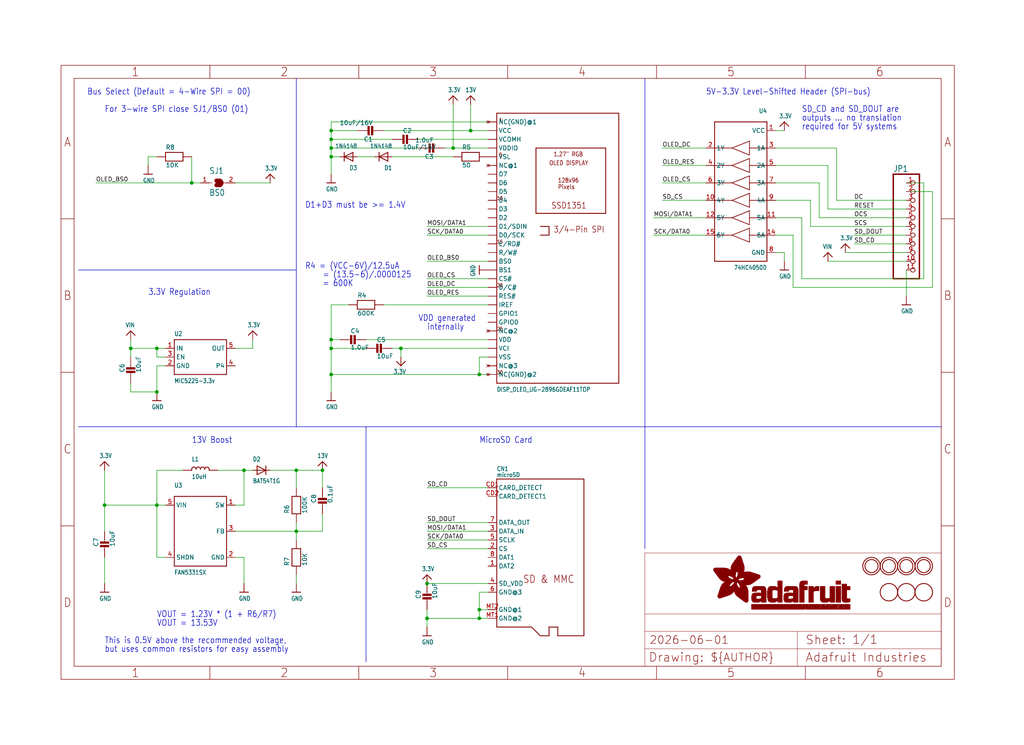
<source format=kicad_sch>
(kicad_sch (version 20230121) (generator eeschema)
  (paper "User" 298.45 217.322)
  (lib_symbols
    (symbol "working-eagle-import:13V" (power)
      (property "Value" "13V" (at -1.524 1.016 0))
      (symbol "13V_1_0"
        (pin power_in line (at 0 -2.54 90) (length 2.54) (name "13V") (number "1"))
      )
    )
    (symbol "working-eagle-import:3.3V" (power)
      (property "Value" "3.3V" (at -1.524 1.016 0))
      (symbol "3.3V_1_0"
        (pin power_in line (at 0 -2.54 90) (length 2.54) (name "3.3V") (number "1"))
      )
    )
    (symbol "working-eagle-import:74HC4050D"
      (property "Reference" "U" (at -7.62 22.86 0))
      (symbol "74HC4050D_1_0"
        (pin bidirectional line (at -10.16 17.78 0) (length 2.54) (name "VCC") (number "1"))
        (pin bidirectional line (at 10.16 -2.54 180) (length 2.54) (name "4Y") (number "10"))
        (pin bidirectional line (at -10.16 -7.62 0) (length 2.54) (name "5A") (number "11"))
        (pin bidirectional line (at 10.16 -7.62 180) (length 2.54) (name "5Y") (number "12"))
        (pin bidirectional line (at -10.16 -12.7 0) (length 2.54) (name "6A") (number "14"))
        (pin bidirectional line (at 10.16 -12.7 180) (length 2.54) (name "6Y") (number "15"))
        (pin bidirectional line (at 10.16 12.7 180) (length 2.54) (name "1Y") (number "2"))
        (pin bidirectional line (at -10.16 12.7 0) (length 2.54) (name "1A") (number "3"))
        (pin bidirectional line (at 10.16 7.62 180) (length 2.54) (name "2Y") (number "4"))
        (pin bidirectional line (at -10.16 7.62 0) (length 2.54) (name "2A") (number "5"))
        (pin bidirectional line (at 10.16 2.54 180) (length 2.54) (name "3Y") (number "6"))
        (pin bidirectional line (at -10.16 2.54 0) (length 2.54) (name "3A") (number "7"))
        (pin bidirectional line (at -10.16 -17.78 0) (length 2.54) (name "GND") (number "8"))
        (pin bidirectional line (at -10.16 -2.54 0) (length 2.54) (name "4A") (number "9"))
      )
    )
    (symbol "working-eagle-import:CAP_CERAMIC_0805MP"
      (property "Reference" "C" (at -1.79 0.54 90))
      (symbol "CAP_CERAMIC_0805MP_1_0"
        (pin passive line (at 0 5.08 270) (length 2.54) (name "1") (number "1"))
        (pin passive line (at 0 -2.54 90) (length 2.54) (name "2") (number "2"))
      )
    )
    (symbol "working-eagle-import:DIODESOD-123"
      (property "Reference" "D" (at -2.54 2.54 0))
      (symbol "DIODESOD-123_1_0"
        (pin passive line (at -2.54 0 0) (length 2.54) (name "A") (number "A"))
        (pin passive line (at 2.54 0 180) (length 2.54) (name "C") (number "C"))
      )
    )
    (symbol "working-eagle-import:DIODESOD-323"
      (property "Reference" "D" (at -2.54 2.54 0))
      (symbol "DIODESOD-323_1_0"
        (pin passive line (at -2.54 0 0) (length 2.54) (name "A") (number "A"))
        (pin passive line (at 2.54 0 180) (length 2.54) (name "C") (number "C"))
      )
    )
    (symbol "working-eagle-import:DISP_OLED_UG-2896GDEAF11TOP"
      (symbol "DISP_OLED_UG-2896GDEAF11TOP_1_0"
        (text "1" (at -17.145 38.1 0) (effects (font (size 1.016 0.8636)) (justify left bottom)))
        (text "1.27\" RGB" (at -1.27 27.94 0) (effects (font (size 1.27 1.0795)) (justify left bottom)))
        (text "10" (at -17.78 15.24 0) (effects (font (size 1.016 0.8636)) (justify left bottom)))
        (text "128x96" (at 0 20.32 0) (effects (font (size 1.27 1.0795)) (justify left bottom)))
        (text "15" (at -17.78 2.54 0) (effects (font (size 1.016 0.8636)) (justify left bottom)))
        (text "20" (at -17.78 -10.16 0) (effects (font (size 1.016 0.8636)) (justify left bottom)))
        (text "25" (at -17.78 -22.86 0) (effects (font (size 1.016 0.8636)) (justify left bottom)))
        (text "3/4-Pin SPI" (at -1.27 5.715 0) (effects (font (size 1.778 1.5113)) (justify left bottom)))
        (text "30" (at -17.78 -35.56 0) (effects (font (size 1.016 0.8636)) (justify left bottom)))
        (text "5" (at -17.145 27.94 0) (effects (font (size 1.016 0.8636)) (justify left bottom)))
        (text "OLED DISPLAY" (at -2.54 25.4 0) (effects (font (size 1.27 1.0795)) (justify left bottom)))
        (text "Pixels" (at 0 18.415 0) (effects (font (size 1.27 1.0795)) (justify left bottom)))
        (text "SSD1351" (at -1.905 12.7 0) (effects (font (size 1.778 1.5113)) (justify left bottom)))
        (pin no_connect line (at -20.32 -35.56 0) (length 2.54) (name "NC(GND)@2") (number "P$1"))
        (pin bidirectional line (at -20.32 -12.7 0) (length 2.54) (name "RES#") (number "P$10"))
        (pin bidirectional line (at -20.32 -10.16 0) (length 2.54) (name "D/C#") (number "P$11"))
        (pin bidirectional line (at -20.32 -7.62 0) (length 2.54) (name "CS#") (number "P$12"))
        (pin bidirectional line (at -20.32 -5.08 0) (length 2.54) (name "BS1") (number "P$13"))
        (pin bidirectional line (at -20.32 -2.54 0) (length 2.54) (name "BS0") (number "P$14"))
        (pin bidirectional line (at -20.32 0 0) (length 2.54) (name "R/W#") (number "P$15"))
        (pin bidirectional line (at -20.32 2.54 0) (length 2.54) (name "E/RD#") (number "P$16"))
        (pin bidirectional line (at -20.32 5.08 0) (length 2.54) (name "D0/SCK") (number "P$17"))
        (pin bidirectional line (at -20.32 7.62 0) (length 2.54) (name "D1/SDIN") (number "P$18"))
        (pin bidirectional line (at -20.32 10.16 0) (length 2.54) (name "D2") (number "P$19"))
        (pin no_connect line (at -20.32 -33.02 0) (length 2.54) (name "NC@3") (number "P$2"))
        (pin bidirectional line (at -20.32 12.7 0) (length 2.54) (name "D3") (number "P$20"))
        (pin bidirectional line (at -20.32 15.24 0) (length 2.54) (name "D4") (number "P$21"))
        (pin bidirectional line (at -20.32 17.78 0) (length 2.54) (name "D5") (number "P$22"))
        (pin bidirectional line (at -20.32 20.32 0) (length 2.54) (name "D6") (number "P$23"))
        (pin bidirectional line (at -20.32 22.86 0) (length 2.54) (name "D7") (number "P$24"))
        (pin no_connect line (at -20.32 25.4 0) (length 2.54) (name "NC@1") (number "P$25"))
        (pin bidirectional line (at -20.32 27.94 0) (length 2.54) (name "VSL") (number "P$26"))
        (pin power_in line (at -20.32 30.48 0) (length 2.54) (name "VDDIO") (number "P$27"))
        (pin power_in line (at -20.32 33.02 0) (length 2.54) (name "VCOMH") (number "P$28"))
        (pin power_in line (at -20.32 35.56 0) (length 2.54) (name "VCC") (number "P$29"))
        (pin power_in line (at -20.32 -30.48 0) (length 2.54) (name "VSS") (number "P$3"))
        (pin no_connect line (at -20.32 38.1 0) (length 2.54) (name "NC(GND)@1") (number "P$30"))
        (pin power_in line (at -20.32 -27.94 0) (length 2.54) (name "VCI") (number "P$4"))
        (pin power_in line (at -20.32 -25.4 0) (length 2.54) (name "VDD") (number "P$5"))
        (pin no_connect line (at -20.32 -22.86 0) (length 2.54) (name "NC@2") (number "P$6"))
        (pin bidirectional line (at -20.32 -20.32 0) (length 2.54) (name "GPIO0") (number "P$7"))
        (pin bidirectional line (at -20.32 -17.78 0) (length 2.54) (name "GPIO1") (number "P$8"))
        (pin bidirectional line (at -20.32 -15.24 0) (length 2.54) (name "IREF") (number "P$9"))
      )
    )
    (symbol "working-eagle-import:FAN5331"
      (property "Reference" "U" (at -7.62 12.7 0))
      (symbol "FAN5331_1_0"
        (pin bidirectional line (at 10.16 7.62 180) (length 2.54) (name "SW") (number "1"))
        (pin bidirectional line (at 10.16 -7.62 180) (length 2.54) (name "GND") (number "2"))
        (pin bidirectional line (at 10.16 0 180) (length 2.54) (name "FB") (number "3"))
        (pin bidirectional line (at -10.16 -7.62 0) (length 2.54) (name "SHDN") (number "4"))
        (pin bidirectional line (at -10.16 7.62 0) (length 2.54) (name "VIN") (number "5"))
      )
    )
    (symbol "working-eagle-import:FIDUCIAL")
    (symbol "working-eagle-import:FRAME_A4_ADAFRUIT"
      (symbol "FRAME_A4_ADAFRUIT_1_0"
        (text "${#}/${##}" (at 230.505 10.16 0) (effects (font (size 2.54 2.54)) (justify left bottom)))
        (text "${AUTHOR}" (at 189.23 5.08 0) (effects (font (size 2.286 2.286)) (justify left bottom)))
        (text "${CURRENT_DATE}" (at 171.45 10.16 0) (effects (font (size 2.286 2.286)) (justify left bottom)))
        (text "${PROJECTNAME}" (at 171.45 15.24 0) (effects (font (size 2.54 2.54)) (justify left bottom)))
        (text "1" (at 21.6958 1.905 0) (effects (font (size 2.54 2.286))))
        (text "1" (at 21.6958 177.165 0) (effects (font (size 2.54 2.286))))
        (text "2" (at 65.0875 1.905 0) (effects (font (size 2.54 2.286))))
        (text "2" (at 65.0875 177.165 0) (effects (font (size 2.54 2.286))))
        (text "3" (at 108.4792 1.905 0) (effects (font (size 2.54 2.286))))
        (text "3" (at 108.4792 177.165 0) (effects (font (size 2.54 2.286))))
        (text "4" (at 151.8708 1.905 0) (effects (font (size 2.54 2.286))))
        (text "4" (at 151.8708 177.165 0) (effects (font (size 2.54 2.286))))
        (text "5" (at 195.2625 1.905 0) (effects (font (size 2.54 2.286))))
        (text "5" (at 195.2625 177.165 0) (effects (font (size 2.54 2.286))))
        (text "6" (at 238.6542 1.905 0) (effects (font (size 2.54 2.286))))
        (text "6" (at 238.6542 177.165 0) (effects (font (size 2.54 2.286))))
        (text "A" (at 1.905 156.6863 0) (effects (font (size 2.54 2.286))))
        (text "A" (at 258.445 156.6863 0) (effects (font (size 2.54 2.286))))
        (text "Adafruit Industries" (at 216.916 4.953 0) (effects (font (size 2.54 2.54)) (justify left bottom)))
        (text "B" (at 1.905 111.9188 0) (effects (font (size 2.54 2.286))))
        (text "B" (at 258.445 111.9188 0) (effects (font (size 2.54 2.286))))
        (text "C" (at 1.905 67.1513 0) (effects (font (size 2.54 2.286))))
        (text "C" (at 258.445 67.1513 0) (effects (font (size 2.54 2.286))))
        (text "D" (at 1.905 22.3838 0) (effects (font (size 2.54 2.286))))
        (text "D" (at 258.445 22.3838 0) (effects (font (size 2.54 2.286))))
        (text "Drawing:" (at 171.196 4.953 0) (effects (font (size 2.54 2.54)) (justify left bottom)))
        (text "Sheet:" (at 216.916 10.033 0) (effects (font (size 2.54 2.54)) (justify left bottom)))
      )
    )
    (symbol "working-eagle-import:GND" (power)
      (property "Value" "GND" (at -1.524 -2.54 0))
      (symbol "GND_1_0"
        (pin power_in line (at 0 2.54 270) (length 2.54) (name "GND") (number "1"))
      )
    )
    (symbol "working-eagle-import:HEADER-1X11"
      (property "Reference" "JP" (at -6.35 15.875 0))
      (symbol "HEADER-1X11_1_0"
        (pin passive inverted (at -2.54 12.7 0) (length 2.54) (name "1") (number "1"))
        (pin passive inverted (at -2.54 -10.16 0) (length 2.54) (name "10") (number "10"))
        (pin passive inverted (at -2.54 -12.7 0) (length 2.54) (name "11") (number "11"))
        (pin passive inverted (at -2.54 10.16 0) (length 2.54) (name "2") (number "2"))
        (pin passive inverted (at -2.54 7.62 0) (length 2.54) (name "3") (number "3"))
        (pin passive inverted (at -2.54 5.08 0) (length 2.54) (name "4") (number "4"))
        (pin passive inverted (at -2.54 2.54 0) (length 2.54) (name "5") (number "5"))
        (pin passive inverted (at -2.54 0 0) (length 2.54) (name "6") (number "6"))
        (pin passive inverted (at -2.54 -2.54 0) (length 2.54) (name "7") (number "7"))
        (pin passive inverted (at -2.54 -5.08 0) (length 2.54) (name "8") (number "8"))
        (pin passive inverted (at -2.54 -7.62 0) (length 2.54) (name "9") (number "9"))
      )
    )
    (symbol "working-eagle-import:INDUCTOR"
      (property "Reference" "L" (at -2.54 2.54 0))
      (symbol "INDUCTOR_1_0"
        (pin passive line (at -5.08 0 0) (length 2.54) (name "1") (number "P$1"))
        (pin passive line (at 5.08 0 180) (length 2.54) (name "2") (number "P$2"))
      )
    )
    (symbol "working-eagle-import:MICROSD"
      (property "Reference" "X" (at -12.7 22.606 0))
      (symbol "MICROSD_1_0"
        (text "SD & MMC" (at -5.08 -10.16 0) (effects (font (size 2.1844 1.8567)) (justify left bottom)))
        (pin bidirectional line (at -15.24 -5.08 0) (length 2.54) (name "DAT2") (number "1"))
        (pin input line (at -15.24 0 0) (length 2.54) (name "CS") (number "2"))
        (pin input line (at -15.24 5.08 0) (length 2.54) (name "DATA_IN") (number "3"))
        (pin power_in line (at -15.24 -10.16 0) (length 2.54) (name "SD_VDD") (number "4"))
        (pin input line (at -15.24 2.54 0) (length 2.54) (name "SCLK") (number "5"))
        (pin power_in line (at -15.24 -12.7 0) (length 2.54) (name "GND@3") (number "6"))
        (pin output line (at -15.24 7.62 0) (length 2.54) (name "DATA_OUT") (number "7"))
        (pin bidirectional line (at -15.24 -2.54 0) (length 2.54) (name "DAT1") (number "8"))
        (pin passive line (at -15.24 17.78 0) (length 2.54) (name "CARD_DETECT") (number "CD1"))
        (pin passive line (at -15.24 15.24 0) (length 2.54) (name "CARD_DETECT1") (number "CD2"))
        (pin power_in line (at -15.24 -20.32 0) (length 2.54) (name "GND@2") (number "MT1"))
        (pin power_in line (at -15.24 -17.78 0) (length 2.54) (name "GND@1") (number "MT2"))
      )
    )
    (symbol "working-eagle-import:MOUNTINGHOLE2.5")
    (symbol "working-eagle-import:RESISTOR_0805MP"
      (property "Reference" "R" (at -2.54 2.032 0))
      (symbol "RESISTOR_0805MP_1_0"
        (pin passive line (at -5.08 0 0) (length 2.54) (name "1") (number "1"))
        (pin passive line (at 5.08 0 180) (length 2.54) (name "2") (number "2"))
      )
    )
    (symbol "working-eagle-import:SOLDERJUMPERREFLOW_NOPASTE"
      (property "Reference" "SJ" (at -2.54 2.54 0))
      (symbol "SOLDERJUMPERREFLOW_NOPASTE_1_0"
        (pin passive line (at -5.08 0 0) (length 2.54) (name "1") (number "1"))
        (pin passive line (at 5.08 0 180) (length 2.54) (name "2") (number "2"))
      )
    )
    (symbol "working-eagle-import:VIN" (power)
      (property "Value" "VIN" (at -1.524 1.016 0))
      (symbol "VIN_1_0"
        (pin power_in line (at 0 -2.54 90) (length 2.54) (name "VIN") (number "1"))
      )
    )
    (symbol "working-eagle-import:VREG_SOT23-5"
      (property "Reference" "U" (at -7.62 6.096 0))
      (symbol "VREG_SOT23-5_1_0"
        (pin power_in line (at -10.16 2.54 0) (length 2.54) (name "IN") (number "1"))
        (pin power_in line (at -10.16 -2.54 0) (length 2.54) (name "GND") (number "2"))
        (pin input line (at -10.16 0 0) (length 2.54) (name "EN") (number "3"))
        (pin bidirectional line (at 10.16 -2.54 180) (length 2.54) (name "P4") (number "4"))
        (pin power_in line (at 10.16 2.54 180) (length 2.54) (name "OUT") (number "5"))
      )
    )
  )
  (junction (at 124.46 170.18))
  (junction (at 71.12 137.16))
  (junction (at 96.52 43.18))
  (junction (at 96.52 99.06))
  (junction (at 139.7 109.22))
  (junction (at 96.52 40.64))
  (junction (at 124.46 180.34))
  (junction (at 116.84 101.6))
  (junction (at 38.1 101.6))
  (junction (at 30.48 147.32))
  (junction (at 137.16 38.1))
  (junction (at 96.52 109.22))
  (junction (at 96.52 101.6))
  (junction (at 139.7 177.8))
  (junction (at 45.72 114.3))
  (junction (at 45.72 147.32))
  (junction (at 96.52 45.72))
  (junction (at 86.36 137.16))
  (junction (at 132.08 43.18))
  (junction (at 86.36 154.94))
  (junction (at 93.98 137.16))
  (junction (at 139.7 180.34))
  (junction (at 55.88 53.34))
  (junction (at 96.52 38.1))
  (junction (at 45.72 101.6))
  (wire (pts (xy 96.52 43.18) (xy 96.52 45.72)) (stroke (width 0.1524)))
  (wire (pts (xy 246.38 73.66) (xy 264.16 73.66)) (stroke (width 0.1524)))
  (wire (pts (xy 48.26 162.56) (xy 45.72 162.56)) (stroke (width 0.1524)))
  (wire (pts (xy 45.72 106.68) (xy 45.72 114.3)) (stroke (width 0.1524)))
  (wire (pts (xy 142.24 81.28) (xy 124.46 81.28)) (stroke (width 0.1524)))
  (wire (pts (xy 231.14 83.82) (xy 271.78 83.82)) (stroke (width 0.1524)))
  (wire (pts (xy 142.24 157.48) (xy 124.46 157.48)) (stroke (width 0.1524)))
  (wire (pts (xy 137.16 38.1) (xy 111.76 38.1)) (stroke (width 0.1524)))
  (wire (pts (xy 86.36 137.16) (xy 86.36 142.24)) (stroke (width 0.1524)))
  (wire (pts (xy 139.7 109.22) (xy 96.52 109.22)) (stroke (width 0.1524)))
  (polyline (pts (xy 86.36 124.46) (xy 22.86 124.46)) (stroke (width 0.1524) (type solid)))
  (wire (pts (xy 231.14 68.58) (xy 231.14 83.82)) (stroke (width 0.1524)))
  (wire (pts (xy 142.24 40.64) (xy 121.92 40.64)) (stroke (width 0.1524)))
  (wire (pts (xy 236.22 66.04) (xy 264.16 66.04)) (stroke (width 0.1524)))
  (wire (pts (xy 99.06 99.06) (xy 96.52 99.06)) (stroke (width 0.1524)))
  (wire (pts (xy 78.74 137.16) (xy 86.36 137.16)) (stroke (width 0.1524)))
  (wire (pts (xy 55.88 53.34) (xy 58.42 53.34)) (stroke (width 0.1524)))
  (wire (pts (xy 48.26 104.14) (xy 45.72 104.14)) (stroke (width 0.1524)))
  (wire (pts (xy 86.36 137.16) (xy 93.98 137.16)) (stroke (width 0.1524)))
  (wire (pts (xy 38.1 101.6) (xy 38.1 104.14)) (stroke (width 0.1524)))
  (wire (pts (xy 38.1 114.3) (xy 45.72 114.3)) (stroke (width 0.1524)))
  (polyline (pts (xy 22.86 78.74) (xy 86.36 78.74)) (stroke (width 0.1524) (type solid)))
  (wire (pts (xy 71.12 162.56) (xy 71.12 170.18)) (stroke (width 0.1524)))
  (wire (pts (xy 68.58 162.56) (xy 71.12 162.56)) (stroke (width 0.1524)))
  (wire (pts (xy 93.98 142.24) (xy 93.98 137.16)) (stroke (width 0.1524)))
  (wire (pts (xy 114.3 40.64) (xy 96.52 40.64)) (stroke (width 0.1524)))
  (wire (pts (xy 71.12 137.16) (xy 73.66 137.16)) (stroke (width 0.1524)))
  (wire (pts (xy 142.24 35.56) (xy 96.52 35.56)) (stroke (width 0.1524)))
  (wire (pts (xy 205.74 43.18) (xy 193.04 43.18)) (stroke (width 0.1524)))
  (wire (pts (xy 236.22 58.42) (xy 236.22 66.04)) (stroke (width 0.1524)))
  (wire (pts (xy 45.72 45.72) (xy 43.18 45.72)) (stroke (width 0.1524)))
  (wire (pts (xy 142.24 180.34) (xy 139.7 180.34)) (stroke (width 0.1524)))
  (wire (pts (xy 45.72 137.16) (xy 53.34 137.16)) (stroke (width 0.1524)))
  (wire (pts (xy 124.46 177.8) (xy 124.46 180.34)) (stroke (width 0.1524)))
  (polyline (pts (xy 106.68 124.46) (xy 187.96 124.46)) (stroke (width 0.1524) (type solid)))
  (wire (pts (xy 243.84 43.18) (xy 226.06 43.18)) (stroke (width 0.1524)))
  (wire (pts (xy 71.12 137.16) (xy 71.12 147.32)) (stroke (width 0.1524)))
  (wire (pts (xy 142.24 101.6) (xy 116.84 101.6)) (stroke (width 0.1524)))
  (wire (pts (xy 238.76 53.34) (xy 238.76 63.5)) (stroke (width 0.1524)))
  (wire (pts (xy 45.72 147.32) (xy 30.48 147.32)) (stroke (width 0.1524)))
  (wire (pts (xy 96.52 35.56) (xy 96.52 38.1)) (stroke (width 0.1524)))
  (wire (pts (xy 63.5 137.16) (xy 71.12 137.16)) (stroke (width 0.1524)))
  (wire (pts (xy 116.84 101.6) (xy 114.3 101.6)) (stroke (width 0.1524)))
  (wire (pts (xy 142.24 66.04) (xy 124.46 66.04)) (stroke (width 0.1524)))
  (wire (pts (xy 142.24 154.94) (xy 124.46 154.94)) (stroke (width 0.1524)))
  (wire (pts (xy 243.84 43.18) (xy 243.84 58.42)) (stroke (width 0.1524)))
  (wire (pts (xy 241.3 76.2) (xy 264.16 76.2)) (stroke (width 0.1524)))
  (wire (pts (xy 142.24 43.18) (xy 132.08 43.18)) (stroke (width 0.1524)))
  (wire (pts (xy 205.74 68.58) (xy 190.5 68.58)) (stroke (width 0.1524)))
  (wire (pts (xy 96.52 38.1) (xy 96.52 40.64)) (stroke (width 0.1524)))
  (wire (pts (xy 142.24 86.36) (xy 124.46 86.36)) (stroke (width 0.1524)))
  (wire (pts (xy 86.36 157.48) (xy 86.36 154.94)) (stroke (width 0.1524)))
  (wire (pts (xy 226.06 73.66) (xy 228.6 73.66)) (stroke (width 0.1524)))
  (wire (pts (xy 142.24 142.24) (xy 124.46 142.24)) (stroke (width 0.1524)))
  (wire (pts (xy 73.66 101.6) (xy 73.66 99.06)) (stroke (width 0.1524)))
  (wire (pts (xy 132.08 43.18) (xy 129.54 43.18)) (stroke (width 0.1524)))
  (polyline (pts (xy 86.36 78.74) (xy 86.36 22.86)) (stroke (width 0.1524) (type solid)))
  (wire (pts (xy 142.24 104.14) (xy 139.7 104.14)) (stroke (width 0.1524)))
  (wire (pts (xy 96.52 109.22) (xy 96.52 114.3)) (stroke (width 0.1524)))
  (wire (pts (xy 121.92 43.18) (xy 96.52 43.18)) (stroke (width 0.1524)))
  (wire (pts (xy 142.24 177.8) (xy 139.7 177.8)) (stroke (width 0.1524)))
  (wire (pts (xy 86.36 154.94) (xy 93.98 154.94)) (stroke (width 0.1524)))
  (wire (pts (xy 226.06 68.58) (xy 231.14 68.58)) (stroke (width 0.1524)))
  (wire (pts (xy 48.26 106.68) (xy 45.72 106.68)) (stroke (width 0.1524)))
  (wire (pts (xy 269.24 53.34) (xy 264.16 53.34)) (stroke (width 0.1524)))
  (wire (pts (xy 132.08 30.48) (xy 132.08 43.18)) (stroke (width 0.1524)))
  (polyline (pts (xy 86.36 78.74) (xy 86.36 124.46)) (stroke (width 0.1524) (type solid)))
  (wire (pts (xy 205.74 53.34) (xy 193.04 53.34)) (stroke (width 0.1524)))
  (wire (pts (xy 48.26 147.32) (xy 45.72 147.32)) (stroke (width 0.1524)))
  (wire (pts (xy 139.7 177.8) (xy 139.7 180.34)) (stroke (width 0.1524)))
  (wire (pts (xy 226.06 63.5) (xy 233.68 63.5)) (stroke (width 0.1524)))
  (wire (pts (xy 269.24 81.28) (xy 269.24 53.34)) (stroke (width 0.1524)))
  (wire (pts (xy 243.84 58.42) (xy 264.16 58.42)) (stroke (width 0.1524)))
  (wire (pts (xy 142.24 38.1) (xy 137.16 38.1)) (stroke (width 0.1524)))
  (wire (pts (xy 236.22 58.42) (xy 226.06 58.42)) (stroke (width 0.1524)))
  (wire (pts (xy 48.26 101.6) (xy 45.72 101.6)) (stroke (width 0.1524)))
  (wire (pts (xy 142.24 109.22) (xy 139.7 109.22)) (stroke (width 0.1524)))
  (wire (pts (xy 241.3 48.26) (xy 226.06 48.26)) (stroke (width 0.1524)))
  (wire (pts (xy 45.72 147.32) (xy 45.72 137.16)) (stroke (width 0.1524)))
  (wire (pts (xy 264.16 86.36) (xy 264.16 78.74)) (stroke (width 0.1524)))
  (wire (pts (xy 238.76 53.34) (xy 226.06 53.34)) (stroke (width 0.1524)))
  (wire (pts (xy 71.12 147.32) (xy 68.58 147.32)) (stroke (width 0.1524)))
  (wire (pts (xy 142.24 152.4) (xy 124.46 152.4)) (stroke (width 0.1524)))
  (wire (pts (xy 142.24 160.02) (xy 124.46 160.02)) (stroke (width 0.1524)))
  (wire (pts (xy 96.52 40.64) (xy 96.52 43.18)) (stroke (width 0.1524)))
  (wire (pts (xy 241.3 48.26) (xy 241.3 60.96)) (stroke (width 0.1524)))
  (wire (pts (xy 142.24 76.2) (xy 124.46 76.2)) (stroke (width 0.1524)))
  (wire (pts (xy 43.18 45.72) (xy 43.18 48.26)) (stroke (width 0.1524)))
  (wire (pts (xy 30.48 162.56) (xy 30.48 170.18)) (stroke (width 0.1524)))
  (wire (pts (xy 86.36 154.94) (xy 86.36 152.4)) (stroke (width 0.1524)))
  (wire (pts (xy 132.08 45.72) (xy 114.3 45.72)) (stroke (width 0.1524)))
  (wire (pts (xy 142.24 172.72) (xy 139.7 172.72)) (stroke (width 0.1524)))
  (polyline (pts (xy 187.96 124.46) (xy 187.96 22.86)) (stroke (width 0.1524) (type solid)))
  (wire (pts (xy 124.46 180.34) (xy 124.46 182.88)) (stroke (width 0.1524)))
  (wire (pts (xy 226.06 38.1) (xy 228.6 38.1)) (stroke (width 0.1524)))
  (wire (pts (xy 45.72 162.56) (xy 45.72 147.32)) (stroke (width 0.1524)))
  (wire (pts (xy 30.48 147.32) (xy 30.48 154.94)) (stroke (width 0.1524)))
  (wire (pts (xy 271.78 55.88) (xy 264.16 55.88)) (stroke (width 0.1524)))
  (wire (pts (xy 96.52 101.6) (xy 96.52 109.22)) (stroke (width 0.1524)))
  (wire (pts (xy 205.74 63.5) (xy 190.5 63.5)) (stroke (width 0.1524)))
  (wire (pts (xy 205.74 48.26) (xy 193.04 48.26)) (stroke (width 0.1524)))
  (wire (pts (xy 101.6 88.9) (xy 96.52 88.9)) (stroke (width 0.1524)))
  (wire (pts (xy 241.3 60.96) (xy 264.16 60.96)) (stroke (width 0.1524)))
  (wire (pts (xy 228.6 73.66) (xy 228.6 76.2)) (stroke (width 0.1524)))
  (wire (pts (xy 99.06 45.72) (xy 96.52 45.72)) (stroke (width 0.1524)))
  (wire (pts (xy 96.52 88.9) (xy 96.52 99.06)) (stroke (width 0.1524)))
  (wire (pts (xy 68.58 53.34) (xy 78.74 53.34)) (stroke (width 0.1524)))
  (wire (pts (xy 68.58 101.6) (xy 73.66 101.6)) (stroke (width 0.1524)))
  (wire (pts (xy 233.68 81.28) (xy 269.24 81.28)) (stroke (width 0.1524)))
  (wire (pts (xy 139.7 180.34) (xy 124.46 180.34)) (stroke (width 0.1524)))
  (wire (pts (xy 238.76 63.5) (xy 264.16 63.5)) (stroke (width 0.1524)))
  (wire (pts (xy 142.24 170.18) (xy 124.46 170.18)) (stroke (width 0.1524)))
  (wire (pts (xy 116.84 104.14) (xy 116.84 101.6)) (stroke (width 0.1524)))
  (wire (pts (xy 45.72 104.14) (xy 45.72 101.6)) (stroke (width 0.1524)))
  (wire (pts (xy 38.1 111.76) (xy 38.1 114.3)) (stroke (width 0.1524)))
  (wire (pts (xy 104.14 38.1) (xy 96.52 38.1)) (stroke (width 0.1524)))
  (wire (pts (xy 55.88 53.34) (xy 55.88 45.72)) (stroke (width 0.1524)))
  (polyline (pts (xy 106.68 124.46) (xy 106.68 193.04)) (stroke (width 0.1524) (type solid)))
  (wire (pts (xy 45.72 101.6) (xy 38.1 101.6)) (stroke (width 0.1524)))
  (wire (pts (xy 106.68 101.6) (xy 96.52 101.6)) (stroke (width 0.1524)))
  (wire (pts (xy 104.14 45.72) (xy 109.22 45.72)) (stroke (width 0.1524)))
  (wire (pts (xy 137.16 30.48) (xy 137.16 38.1)) (stroke (width 0.1524)))
  (wire (pts (xy 30.48 147.32) (xy 30.48 137.16)) (stroke (width 0.1524)))
  (wire (pts (xy 233.68 63.5) (xy 233.68 81.28)) (stroke (width 0.1524)))
  (wire (pts (xy 264.16 68.58) (xy 248.92 68.58)) (stroke (width 0.1524)))
  (wire (pts (xy 205.74 58.42) (xy 193.04 58.42)) (stroke (width 0.1524)))
  (wire (pts (xy 27.94 53.34) (xy 55.88 53.34)) (stroke (width 0.1524)))
  (wire (pts (xy 139.7 172.72) (xy 139.7 177.8)) (stroke (width 0.1524)))
  (wire (pts (xy 38.1 101.6) (xy 38.1 99.06)) (stroke (width 0.1524)))
  (wire (pts (xy 142.24 99.06) (xy 106.68 99.06)) (stroke (width 0.1524)))
  (wire (pts (xy 142.24 83.82) (xy 124.46 83.82)) (stroke (width 0.1524)))
  (polyline (pts (xy 187.96 124.46) (xy 187.96 160.02)) (stroke (width 0.1524) (type solid)))
  (wire (pts (xy 86.36 167.64) (xy 86.36 170.18)) (stroke (width 0.1524)))
  (polyline (pts (xy 86.36 124.46) (xy 106.68 124.46)) (stroke (width 0.1524) (type solid)))
  (wire (pts (xy 142.24 68.58) (xy 124.46 68.58)) (stroke (width 0.1524)))
  (wire (pts (xy 139.7 104.14) (xy 139.7 109.22)) (stroke (width 0.1524)))
  (polyline (pts (xy 187.96 124.46) (xy 274.32 124.46)) (stroke (width 0.1524) (type solid)))
  (wire (pts (xy 68.58 154.94) (xy 86.36 154.94)) (stroke (width 0.1524)))
  (wire (pts (xy 271.78 83.82) (xy 271.78 55.88)) (stroke (width 0.1524)))
  (wire (pts (xy 96.52 45.72) (xy 96.52 50.8)) (stroke (width 0.1524)))
  (wire (pts (xy 142.24 88.9) (xy 111.76 88.9)) (stroke (width 0.1524)))
  (wire (pts (xy 93.98 154.94) (xy 93.98 149.86)) (stroke (width 0.1524)))
  (wire (pts (xy 248.92 71.12) (xy 264.16 71.12)) (stroke (width 0.1524)))
  (wire (pts (xy 96.52 99.06) (xy 96.52 101.6)) (stroke (width 0.1524)))
  (text "required for 5V systems" (at 233.68 38.1 0) (effects (font (size 1.778 1.5113)) (justify left bottom)))
  (text "13V Boost" (at 55.88 129.54 0) (effects (font (size 1.778 1.5113)) (justify left bottom)))
  (text "outputs ... no translation" (at 233.68 35.56 0) (effects (font (size 1.778 1.5113)) (justify left bottom)))
  (text "internally" (at 124.46 96.52 0) (effects (font (size 1.778 1.5113)) (justify left bottom)))
  (text "Bus Select (Default = 4-Wire SPI = 00)" (at 25.4 27.94 0) (effects (font (size 1.778 1.5113)) (justify left bottom)))
  (text "but uses common resistors for easy assembly" (at 30.48 190.5 0) (effects (font (size 1.778 1.5113)) (justify left bottom)))
  (text "D1+D3 must be >= 1.4V" (at 88.9 60.96 0) (effects (font (size 1.778 1.5113)) (justify left bottom)))
  (text "3.3V Regulation" (at 43.18 86.36 0) (effects (font (size 1.778 1.5113)) (justify left bottom)))
  (text "This is 0.5V above the recommended voltage," (at 30.48 187.96 0) (effects (font (size 1.778 1.5113)) (justify left bottom)))
  (text "R4 = (VCC-6V)/12.5uA" (at 88.9 78.74 0) (effects (font (size 1.778 1.5113)) (justify left bottom)))
  (text "VDD generated" (at 121.92 93.98 0) (effects (font (size 1.778 1.5113)) (justify left bottom)))
  (text "5V-3.3V Level-Shifted Header (SPI-bus)" (at 205.74 27.94 0) (effects (font (size 1.778 1.5113)) (justify left bottom)))
  (text "= (13.5-6)/.0000125" (at 93.98 81.28 0) (effects (font (size 1.778 1.5113)) (justify left bottom)))
  (text "VOUT = 1.23V * (1 + R6/R7)" (at 45.72 180.34 0) (effects (font (size 1.778 1.5113)) (justify left bottom)))
  (text "VOUT = 13.53V" (at 45.72 182.88 0) (effects (font (size 1.778 1.5113)) (justify left bottom)))
  (text "For 3-wire SPI close SJ1/BS0 (01)" (at 30.48 33.02 0) (effects (font (size 1.778 1.5113)) (justify left bottom)))
  (text "SD_CD and SD_DOUT are" (at 233.68 33.02 0) (effects (font (size 1.778 1.5113)) (justify left bottom)))
  (text "MicroSD Card" (at 139.7 129.54 0) (effects (font (size 1.778 1.5113)) (justify left bottom)))
  (text "= 600K" (at 93.98 83.82 0) (effects (font (size 1.778 1.5113)) (justify left bottom)))
  (label "SD_CS" (at 193.04 58.42 0) (effects (font (size 1.2446 1.2446))))
  (label "SD_CS" (at 124.46 160.02 0) (effects (font (size 1.2446 1.2446))))
  (label "OLED_CS" (at 124.46 81.28 0) (effects (font (size 1.2446 1.2446))))
  (label "OCS" (at 248.92 63.5 0) (effects (font (size 1.2446 1.2446))))
  (label "SD_CD" (at 124.46 142.24 0) (effects (font (size 1.2446 1.2446))))
  (label "OLED_CS" (at 193.04 53.34 0) (effects (font (size 1.2446 1.2446))))
  (label "SCK/DATA0" (at 124.46 68.58 0) (effects (font (size 1.2446 1.2446))))
  (label "SD_CD" (at 248.92 71.12 0) (effects (font (size 1.2446 1.2446))))
  (label "OLED_RES" (at 193.04 48.26 0) (effects (font (size 1.2446 1.2446))))
  (label "DC" (at 248.92 58.42 0) (effects (font (size 1.2446 1.2446))))
  (label "SD_DOUT" (at 124.46 152.4 0) (effects (font (size 1.2446 1.2446))))
  (label "OLED_RES" (at 124.46 86.36 0) (effects (font (size 1.2446 1.2446))))
  (label "SD_DOUT" (at 248.92 68.58 0) (effects (font (size 1.2446 1.2446))))
  (label "MOSI/DATA1" (at 190.5 63.5 0) (effects (font (size 1.2446 1.2446))))
  (label "SCS" (at 248.92 66.04 0) (effects (font (size 1.2446 1.2446))))
  (label "RESET" (at 248.92 60.96 0) (effects (font (size 1.2446 1.2446))))
  (label "SCK/DATA0" (at 190.5 68.58 0) (effects (font (size 1.2446 1.2446))))
  (label "OLED_DC" (at 193.04 43.18 0) (effects (font (size 1.2446 1.2446))))
  (label "OLED_BS0" (at 27.94 53.34 0) (effects (font (size 1.2446 1.2446))))
  (label "MOSI/DATA1" (at 124.46 66.04 0) (effects (font (size 1.2446 1.2446))))
  (label "OLED_BS0" (at 124.46 76.2 0) (effects (font (size 1.2446 1.2446))))
  (label "SCK/DATA0" (at 124.46 157.48 0) (effects (font (size 1.2446 1.2446))))
  (label "MOSI/DATA1" (at 124.46 154.94 0) (effects (font (size 1.2446 1.2446))))
  (label "OLED_DC" (at 124.46 83.82 0) (effects (font (size 1.2446 1.2446))))
  (symbol (lib_id "working-eagle-import:VIN") (at 241.3 73.66 0) (unit 1)
    (property "Reference" "#U$17" (effects hide))
    (property "Value" "VIN" (at 239.776 72.644 0) (effects (font (size 1.27 1.0795)) (justify left bottom)))
  )
  (symbol (lib_id "working-eagle-import:3.3V") (at 30.48 134.62 0) (unit 1)
    (property "Reference" "#U$15" (effects hide))
    (property "Value" "3.3V" (at 28.956 133.604 0) (effects (font (size 1.27 1.0795)) (justify left bottom)))
  )
  (symbol (lib_id "working-eagle-import:CAP_CERAMIC_0805MP") (at 116.84 40.64 270) (unit 1)
    (property "Reference" "C2" (at 117.38 38.85 90) (effects (justify left bottom)))
    (property "Value" "10uF/16V" (at 117.38 43.64 90) (effects (justify left bottom)))
    (property "Footprint" "working:_0805MP" (effects hide))
  )
  (symbol (lib_id "working-eagle-import:GND") (at 30.48 172.72 0) (unit 1)
    (property "Reference" "#U$12" (effects hide))
    (property "Value" "GND" (at 28.956 175.26 0) (effects (font (size 1.27 1.0795)) (justify left bottom)))
  )
  (symbol (lib_id "working-eagle-import:MOUNTINGHOLE2.5") (at 264.16 165.1 0) (unit 1)
    (property "Reference" "U$23" (effects hide))
    (property "Value" "MOUNTINGHOLE2.5" (effects hide))
    (property "Footprint" "working:MOUNTINGHOLE_2.5_PLATED" (effects hide))
  )
  (symbol (lib_id "working-eagle-import:FIDUCIAL") (at 259.08 172.72 0) (unit 1)
    (property "Reference" "U$29" (effects hide))
    (property "Value" "FIDUCIAL" (effects hide))
    (property "Footprint" "working:FIDUCIAL_1MM" (effects hide))
  )
  (symbol (lib_id "working-eagle-import:GND") (at 96.52 116.84 0) (unit 1)
    (property "Reference" "#U$4" (effects hide))
    (property "Value" "GND" (at 94.996 119.38 0) (effects (font (size 1.27 1.0795)) (justify left bottom)))
  )
  (symbol (lib_id "working-eagle-import:3.3V") (at 78.74 50.8 0) (unit 1)
    (property "Reference" "#U$2" (effects hide))
    (property "Value" "3.3V" (at 77.216 49.784 0) (effects (font (size 1.27 1.0795)) (justify left bottom)))
  )
  (symbol (lib_id "working-eagle-import:CAP_CERAMIC_0805MP") (at 109.22 101.6 270) (unit 1)
    (property "Reference" "C5" (at 109.76 99.81 90) (effects (justify left bottom)))
    (property "Value" "10uF" (at 109.76 104.6 90) (effects (justify left bottom)))
    (property "Footprint" "working:_0805MP" (effects hide))
  )
  (symbol (lib_id "working-eagle-import:74HC4050D") (at 215.9 55.88 0) (mirror y) (unit 1)
    (property "Reference" "U4" (at 223.52 33.02 0) (effects (font (size 1.27 1.0795)) (justify left bottom)))
    (property "Value" "74HC4050D" (at 223.52 78.74 0) (effects (font (size 1.27 1.0795)) (justify left bottom)))
    (property "Footprint" "working:SOIC16" (effects hide))
  )
  (symbol (lib_id "working-eagle-import:CAP_CERAMIC_0805MP") (at 109.22 38.1 90) (unit 1)
    (property "Reference" "C1" (at 108.68 39.89 90) (effects (justify left bottom)))
    (property "Value" "10uF/16V" (at 108.68 35.1 90) (effects (justify left bottom)))
    (property "Footprint" "working:_0805MP" (effects hide))
  )
  (symbol (lib_id "working-eagle-import:3.3V") (at 116.84 106.68 180) (unit 1)
    (property "Reference" "#U$7" (effects hide))
    (property "Value" "3.3V" (at 118.364 107.696 0) (effects (font (size 1.27 1.0795)) (justify left bottom)))
  )
  (symbol (lib_id "working-eagle-import:RESISTOR_0805MP") (at 106.68 88.9 0) (unit 1)
    (property "Reference" "R4" (at 104.14 86.868 0) (effects (justify left bottom)))
    (property "Value" "600K" (at 104.14 92.075 0) (effects (justify left bottom)))
    (property "Footprint" "working:_0805MP" (effects hide))
  )
  (symbol (lib_id "working-eagle-import:MICROSD") (at 157.48 160.02 0) (unit 1)
    (property "Reference" "CN1" (at 144.78 137.414 0) (effects (font (size 1.27 1.0795)) (justify left bottom)))
    (property "Value" "microSD" (at 144.78 139.192 0) (effects (font (size 1.27 1.0795)) (justify left bottom)))
    (property "Footprint" "working:MICROSD" (effects hide))
  )
  (symbol (lib_id "working-eagle-import:DIODESOD-123") (at 76.2 137.16 0) (unit 1)
    (property "Reference" "D2" (at 73.66 134.62 0) (effects (font (size 1.27 1.0795)) (justify left bottom)))
    (property "Value" "BAT54T1G" (at 73.66 140.97 0) (effects (font (size 1.27 1.0795)) (justify left bottom)))
    (property "Footprint" "working:SOD-123" (effects hide))
  )
  (symbol (lib_id "working-eagle-import:VIN") (at 38.1 96.52 0) (unit 1)
    (property "Reference" "#U$14" (effects hide))
    (property "Value" "VIN" (at 36.576 95.504 0) (effects (font (size 1.27 1.0795)) (justify left bottom)))
  )
  (symbol (lib_id "working-eagle-import:GND") (at 71.12 172.72 0) (unit 1)
    (property "Reference" "#U$13" (effects hide))
    (property "Value" "GND" (at 69.596 175.26 0) (effects (font (size 1.27 1.0795)) (justify left bottom)))
  )
  (symbol (lib_id "working-eagle-import:INDUCTOR") (at 58.42 137.16 0) (unit 1)
    (property "Reference" "L1" (at 55.88 134.62 0) (effects (font (size 1.27 1.0795)) (justify left bottom)))
    (property "Value" "10uH" (at 55.88 139.7 0) (effects (font (size 1.27 1.0795)) (justify left bottom)))
    (property "Footprint" "working:INDUCTOR_1007" (effects hide))
  )
  (symbol (lib_id "working-eagle-import:3.3V") (at 124.46 167.64 0) (unit 1)
    (property "Reference" "#U$20" (effects hide))
    (property "Value" "3.3V" (at 122.936 166.624 0) (effects (font (size 1.27 1.0795)) (justify left bottom)))
  )
  (symbol (lib_id "working-eagle-import:FRAME_A4_ADAFRUIT") (at 17.78 198.12 0) (unit 1)
    (property "Reference" "#FRAME1" (effects hide))
    (property "Value" "FRAME_A4_ADAFRUIT" (effects hide))
  )
  (symbol (lib_id "working-eagle-import:GND") (at 43.18 50.8 0) (unit 1)
    (property "Reference" "#U$6" (effects hide))
    (property "Value" "GND" (at 41.656 53.34 0) (effects (font (size 1.27 1.0795)) (justify left bottom)))
  )
  (symbol (lib_id "working-eagle-import:MOUNTINGHOLE2.5") (at 269.24 165.1 0) (unit 1)
    (property "Reference" "U$22" (effects hide))
    (property "Value" "MOUNTINGHOLE2.5" (effects hide))
    (property "Footprint" "working:MOUNTINGHOLE_2.5_PLATED" (effects hide))
  )
  (symbol (lib_id "working-eagle-import:FIDUCIAL") (at 269.24 172.72 0) (unit 1)
    (property "Reference" "U$26" (effects hide))
    (property "Value" "FIDUCIAL" (effects hide))
    (property "Footprint" "working:FIDUCIAL_1MM" (effects hide))
  )
  (symbol (lib_id "working-eagle-import:HEADER-1X11") (at 266.7 66.04 0) (unit 1)
    (property "Reference" "JP1" (at 260.35 50.165 0) (effects (font (size 1.778 1.5113)) (justify left bottom)))
    (property "Value" "HEADER-1X11" (effects hide))
    (property "Footprint" "working:1X11_ROUND" (effects hide))
  )
  (symbol (lib_id "working-eagle-import:FIDUCIAL") (at 264.16 172.72 0) (unit 1)
    (property "Reference" "U$27" (effects hide))
    (property "Value" "FIDUCIAL" (effects hide))
    (property "Footprint" "working:FIDUCIAL_1MM" (effects hide))
  )
  (symbol (lib_id "working-eagle-import:GND") (at 124.46 185.42 0) (unit 1)
    (property "Reference" "#U$19" (effects hide))
    (property "Value" "GND" (at 122.936 187.96 0) (effects (font (size 1.27 1.0795)) (justify left bottom)))
  )
  (symbol (lib_id "working-eagle-import:SOLDERJUMPERREFLOW_NOPASTE") (at 63.5 53.34 0) (unit 1)
    (property "Reference" "SJ1" (at 60.96 50.8 0) (effects (font (size 1.778 1.5113)) (justify left bottom)))
    (property "Value" "BS0" (at 60.96 57.15 0) (effects (font (size 1.778 1.5113)) (justify left bottom)))
    (property "Footprint" "working:SOLDERJUMPER_REFLOW_NOPASTE" (effects hide))
  )
  (symbol (lib_id "working-eagle-import:GND") (at 139.7 78.74 270) (unit 1)
    (property "Reference" "#U$3" (effects hide))
    (property "Value" "GND" (at 137.16 77.216 0) (effects (font (size 1.27 1.0795)) (justify left bottom)))
  )
  (symbol (lib_id "working-eagle-import:RESISTOR_0805MP") (at 50.8 45.72 0) (unit 1)
    (property "Reference" "R8" (at 48.26 43.688 0) (effects (justify left bottom)))
    (property "Value" "10K" (at 48.26 48.895 0) (effects (justify left bottom)))
    (property "Footprint" "working:_0805MP" (effects hide))
  )
  (symbol (lib_id "working-eagle-import:DIODESOD-323") (at 101.6 45.72 180) (unit 1)
    (property "Reference" "D3" (at 104.14 48.26 0) (effects (font (size 1.27 1.0795)) (justify left bottom)))
    (property "Value" "1N4148" (at 104.14 41.91 0) (effects (font (size 1.27 1.0795)) (justify left bottom)))
    (property "Footprint" "working:SOD-323" (effects hide))
  )
  (symbol (lib_id "working-eagle-import:GND") (at 45.72 116.84 0) (unit 1)
    (property "Reference" "#U$9" (effects hide))
    (property "Value" "GND" (at 44.196 119.38 0) (effects (font (size 1.27 1.0795)) (justify left bottom)))
  )
  (symbol (lib_id "working-eagle-import:VREG_SOT23-5") (at 58.42 104.14 0) (unit 1)
    (property "Reference" "U2" (at 50.8 98.044 0) (effects (font (size 1.27 1.0795)) (justify left bottom)))
    (property "Value" "MIC5225-3.3v" (at 50.8 111.76 0) (effects (font (size 1.27 1.0795)) (justify left bottom)))
    (property "Footprint" "working:SOT23-5" (effects hide))
  )
  (symbol (lib_id "working-eagle-import:CAP_CERAMIC_0805MP") (at 124.46 175.26 0) (unit 1)
    (property "Reference" "C9" (at 122.67 174.72 90) (effects (justify left bottom)))
    (property "Value" "10uF" (at 127.46 174.72 90) (effects (justify left bottom)))
    (property "Footprint" "working:_0805MP" (effects hide))
  )
  (symbol (lib_id "working-eagle-import:13V") (at 93.98 134.62 0) (unit 1)
    (property "Reference" "#U$16" (effects hide))
    (property "Value" "13V" (at 92.456 133.604 0) (effects (font (size 1.27 1.0795)) (justify left bottom)))
  )
  (symbol (lib_id "working-eagle-import:FAN5331") (at 58.42 154.94 0) (unit 1)
    (property "Reference" "U3" (at 50.8 142.24 0) (effects (font (size 1.27 1.0795)) (justify left bottom)))
    (property "Value" "FAN5331SX" (at 50.8 167.64 0) (effects (font (size 1.27 1.0795)) (justify left bottom)))
    (property "Footprint" "working:SOT23-5@1" (effects hide))
  )
  (symbol (lib_id "working-eagle-import:CAP_CERAMIC_0805MP") (at 127 43.18 90) (unit 1)
    (property "Reference" "C3" (at 126.46 44.97 90) (effects (justify left bottom)))
    (property "Value" "1.0uF" (at 126.46 40.18 90) (effects (justify left bottom)))
    (property "Footprint" "working:_0805MP" (effects hide))
  )
  (symbol (lib_id "working-eagle-import:DISP_OLED_UG-2896GDEAF11TOP") (at 162.56 73.66 0) (unit 1)
    (property "Reference" "U1" (effects hide))
    (property "Value" "DISP_OLED_UG-2896GDEAF11TOP" (at 144.78 114.3 0) (effects (font (size 1.27 1.0795)) (justify left bottom)))
    (property "Footprint" "working:FPC_XF2M-3015-1A" (effects hide))
  )
  (symbol (lib_id "working-eagle-import:GND") (at 86.36 172.72 0) (unit 1)
    (property "Reference" "#U$11" (effects hide))
    (property "Value" "GND" (at 84.836 175.26 0) (effects (font (size 1.27 1.0795)) (justify left bottom)))
  )
  (symbol (lib_id "working-eagle-import:GND") (at 96.52 53.34 0) (unit 1)
    (property "Reference" "#U$5" (effects hide))
    (property "Value" "GND" (at 94.996 55.88 0) (effects (font (size 1.27 1.0795)) (justify left bottom)))
  )
  (symbol (lib_id "working-eagle-import:MOUNTINGHOLE2.5") (at 259.08 165.1 0) (unit 1)
    (property "Reference" "U$24" (effects hide))
    (property "Value" "MOUNTINGHOLE2.5" (effects hide))
    (property "Footprint" "working:MOUNTINGHOLE_2.5_PLATED" (effects hide))
  )
  (symbol (lib_id "working-eagle-import:13V") (at 137.16 27.94 0) (unit 1)
    (property "Reference" "#U$8" (effects hide))
    (property "Value" "13V" (at 135.636 26.924 0) (effects (font (size 1.27 1.0795)) (justify left bottom)))
  )
  (symbol (lib_id "working-eagle-import:GND") (at 228.6 78.74 0) (unit 1)
    (property "Reference" "#U$34" (effects hide))
    (property "Value" "GND" (at 227.076 81.28 0) (effects (font (size 1.27 1.0795)) (justify left bottom)))
  )
  (symbol (lib_id "working-eagle-import:CAP_CERAMIC_0805MP") (at 93.98 147.32 0) (unit 1)
    (property "Reference" "C8" (at 92.19 146.78 90) (effects (justify left bottom)))
    (property "Value" "0.1uF" (at 96.98 146.78 90) (effects (justify left bottom)))
    (property "Footprint" "working:_0805MP" (effects hide))
  )
  (symbol (lib_id "working-eagle-import:RESISTOR_0805MP") (at 86.36 147.32 90) (unit 1)
    (property "Reference" "R6" (at 84.328 149.86 0) (effects (justify left bottom)))
    (property "Value" "100K" (at 89.535 149.86 0) (effects (justify left bottom)))
    (property "Footprint" "working:_0805MP" (effects hide))
  )
  (symbol (lib_id "working-eagle-import:DIODESOD-323") (at 111.76 45.72 180) (unit 1)
    (property "Reference" "D1" (at 114.3 48.26 0) (effects (font (size 1.27 1.0795)) (justify left bottom)))
    (property "Value" "1N4148" (at 114.3 41.91 0) (effects (font (size 1.27 1.0795)) (justify left bottom)))
    (property "Footprint" "working:SOD-323" (effects hide))
  )
  (symbol (lib_id "working-eagle-import:CAP_CERAMIC_0805MP") (at 30.48 160.02 0) (unit 1)
    (property "Reference" "C7" (at 28.69 159.48 90) (effects (justify left bottom)))
    (property "Value" "10uF" (at 33.48 159.48 90) (effects (justify left bottom)))
    (property "Footprint" "working:_0805MP" (effects hide))
  )
  (symbol (lib_id "working-eagle-import:RESISTOR_0805MP") (at 137.16 45.72 0) (unit 1)
    (property "Reference" "R5" (at 134.62 43.688 0) (effects (justify left bottom)))
    (property "Value" "50" (at 134.62 48.895 0) (effects (justify left bottom)))
    (property "Footprint" "working:_0805MP" (effects hide))
  )
  (symbol (lib_id "working-eagle-import:GND") (at 264.16 88.9 0) (unit 1)
    (property "Reference" "#U$18" (effects hide))
    (property "Value" "GND" (at 262.636 91.44 0) (effects (font (size 1.27 1.0795)) (justify left bottom)))
  )
  (symbol (lib_id "working-eagle-import:3.3V") (at 73.66 96.52 0) (unit 1)
    (property "Reference" "#U$10" (effects hide))
    (property "Value" "3.3V" (at 72.136 95.504 0) (effects (font (size 1.27 1.0795)) (justify left bottom)))
  )
  (symbol (lib_id "working-eagle-import:MOUNTINGHOLE2.5") (at 254 165.1 0) (unit 1)
    (property "Reference" "U$25" (effects hide))
    (property "Value" "MOUNTINGHOLE2.5" (effects hide))
    (property "Footprint" "working:MOUNTINGHOLE_2.5_PLATED" (effects hide))
  )
  (symbol (lib_id "working-eagle-import:3.3V") (at 228.6 35.56 0) (unit 1)
    (property "Reference" "#U$33" (effects hide))
    (property "Value" "3.3V" (at 227.076 34.544 0) (effects (font (size 1.27 1.0795)) (justify left bottom)))
  )
  (symbol (lib_id "working-eagle-import:3.3V") (at 246.38 71.12 0) (unit 1)
    (property "Reference" "#U$21" (effects hide))
    (property "Value" "3.3V" (at 244.856 70.104 0) (effects (font (size 1.27 1.0795)) (justify left bottom)))
  )
  (symbol (lib_id "working-eagle-import:CAP_CERAMIC_0805MP") (at 101.6 99.06 270) (unit 1)
    (property "Reference" "C4" (at 102.14 97.27 90) (effects (justify left bottom)))
    (property "Value" "1.0uF" (at 102.14 102.06 90) (effects (justify left bottom)))
    (property "Footprint" "working:_0805MP" (effects hide))
  )
  (symbol (lib_id "working-eagle-import:CAP_CERAMIC_0805MP") (at 38.1 109.22 0) (unit 1)
    (property "Reference" "C6" (at 36.31 108.68 90) (effects (justify left bottom)))
    (property "Value" "10uF" (at 41.1 108.68 90) (effects (justify left bottom)))
    (property "Footprint" "working:_0805MP" (effects hide))
  )
  (symbol (lib_id "working-eagle-import:3.3V") (at 132.08 27.94 0) (unit 1)
    (property "Reference" "#U$1" (effects hide))
    (property "Value" "3.3V" (at 130.556 26.924 0) (effects (font (size 1.27 1.0795)) (justify left bottom)))
  )
  (symbol (lib_id "working-eagle-import:RESISTOR_0805MP") (at 86.36 162.56 90) (unit 1)
    (property "Reference" "R7" (at 84.328 165.1 0) (effects (justify left bottom)))
    (property "Value" "10K" (at 89.535 165.1 0) (effects (justify left bottom)))
    (property "Footprint" "working:_0805MP" (effects hide))
  )
)
</source>
